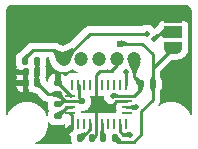
<source format=gtl>
G04 #@! TF.GenerationSoftware,KiCad,Pcbnew,8.0.5-8.0.5-0~ubuntu22.04.1*
G04 #@! TF.CreationDate,2024-09-19T17:41:20-07:00*
G04 #@! TF.ProjectId,uSlime_BNO085,75536c69-6d65-45f4-924e-4f3038352e6b,rev?*
G04 #@! TF.SameCoordinates,Original*
G04 #@! TF.FileFunction,Copper,L1,Top*
G04 #@! TF.FilePolarity,Positive*
%FSLAX46Y46*%
G04 Gerber Fmt 4.6, Leading zero omitted, Abs format (unit mm)*
G04 Created by KiCad (PCBNEW 8.0.5-8.0.5-0~ubuntu22.04.1) date 2024-09-19 17:41:20*
%MOMM*%
%LPD*%
G01*
G04 APERTURE LIST*
G04 Aperture macros list*
%AMRoundRect*
0 Rectangle with rounded corners*
0 $1 Rounding radius*
0 $2 $3 $4 $5 $6 $7 $8 $9 X,Y pos of 4 corners*
0 Add a 4 corners polygon primitive as box body*
4,1,4,$2,$3,$4,$5,$6,$7,$8,$9,$2,$3,0*
0 Add four circle primitives for the rounded corners*
1,1,$1+$1,$2,$3*
1,1,$1+$1,$4,$5*
1,1,$1+$1,$6,$7*
1,1,$1+$1,$8,$9*
0 Add four rect primitives between the rounded corners*
20,1,$1+$1,$2,$3,$4,$5,0*
20,1,$1+$1,$4,$5,$6,$7,0*
20,1,$1+$1,$6,$7,$8,$9,0*
20,1,$1+$1,$8,$9,$2,$3,0*%
%AMFreePoly0*
4,1,19,0.550000,-0.750000,0.000000,-0.750000,0.000000,-0.744911,-0.071157,-0.744911,-0.207708,-0.704816,-0.327430,-0.627875,-0.420627,-0.520320,-0.479746,-0.390866,-0.500000,-0.250000,-0.500000,0.250000,-0.479746,0.390866,-0.420627,0.520320,-0.327430,0.627875,-0.207708,0.704816,-0.071157,0.744911,0.000000,0.744911,0.000000,0.750000,0.550000,0.750000,0.550000,-0.750000,0.550000,-0.750000,
$1*%
%AMFreePoly1*
4,1,19,0.000000,0.744911,0.071157,0.744911,0.207708,0.704816,0.327430,0.627875,0.420627,0.520320,0.479746,0.390866,0.500000,0.250000,0.500000,-0.250000,0.479746,-0.390866,0.420627,-0.520320,0.327430,-0.627875,0.207708,-0.704816,0.071157,-0.744911,0.000000,-0.744911,0.000000,-0.750000,-0.550000,-0.750000,-0.550000,0.750000,0.000000,0.750000,0.000000,0.744911,0.000000,0.744911,
$1*%
G04 Aperture macros list end*
G04 #@! TA.AperFunction,SMDPad,CuDef*
%ADD10RoundRect,0.140000X0.170000X-0.140000X0.170000X0.140000X-0.170000X0.140000X-0.170000X-0.140000X0*%
G04 #@! TD*
G04 #@! TA.AperFunction,SMDPad,CuDef*
%ADD11RoundRect,0.140000X-0.140000X-0.170000X0.140000X-0.170000X0.140000X0.170000X-0.140000X0.170000X0*%
G04 #@! TD*
G04 #@! TA.AperFunction,SMDPad,CuDef*
%ADD12RoundRect,0.135000X-0.135000X-0.185000X0.135000X-0.185000X0.135000X0.185000X-0.135000X0.185000X0*%
G04 #@! TD*
G04 #@! TA.AperFunction,SMDPad,CuDef*
%ADD13RoundRect,0.140000X0.140000X0.170000X-0.140000X0.170000X-0.140000X-0.170000X0.140000X-0.170000X0*%
G04 #@! TD*
G04 #@! TA.AperFunction,SMDPad,CuDef*
%ADD14FreePoly0,90.000000*%
G04 #@! TD*
G04 #@! TA.AperFunction,SMDPad,CuDef*
%ADD15R,1.500000X1.000000*%
G04 #@! TD*
G04 #@! TA.AperFunction,SMDPad,CuDef*
%ADD16FreePoly1,90.000000*%
G04 #@! TD*
G04 #@! TA.AperFunction,SMDPad,CuDef*
%ADD17RoundRect,0.135000X0.135000X0.185000X-0.135000X0.185000X-0.135000X-0.185000X0.135000X-0.185000X0*%
G04 #@! TD*
G04 #@! TA.AperFunction,ComponentPad*
%ADD18C,1.200000*%
G04 #@! TD*
G04 #@! TA.AperFunction,SMDPad,CuDef*
%ADD19R,0.250000X0.914400*%
G04 #@! TD*
G04 #@! TA.AperFunction,SMDPad,CuDef*
%ADD20R,0.812800X0.250000*%
G04 #@! TD*
G04 #@! TA.AperFunction,SMDPad,CuDef*
%ADD21RoundRect,0.135000X-0.185000X0.135000X-0.185000X-0.135000X0.185000X-0.135000X0.185000X0.135000X0*%
G04 #@! TD*
G04 #@! TA.AperFunction,ViaPad*
%ADD22C,0.600000*%
G04 #@! TD*
G04 #@! TA.AperFunction,ViaPad*
%ADD23C,0.500000*%
G04 #@! TD*
G04 #@! TA.AperFunction,Conductor*
%ADD24C,0.254000*%
G04 #@! TD*
G04 APERTURE END LIST*
D10*
X105500000Y-97430000D03*
X105500000Y-96470000D03*
D11*
X102790000Y-95550000D03*
X103750000Y-95550000D03*
D12*
X109340000Y-101150000D03*
X110360000Y-101150000D03*
D13*
X108380000Y-101150000D03*
X107420000Y-101150000D03*
D14*
X115307500Y-93500000D03*
D15*
X115307500Y-92200000D03*
D16*
X115307500Y-90900000D03*
D17*
X103760000Y-94600000D03*
X102740000Y-94600000D03*
D18*
X112005000Y-94500000D03*
X110505000Y-94500000D03*
X109005000Y-94500000D03*
X107505000Y-94500000D03*
X106005000Y-94500000D03*
D11*
X102790000Y-96500000D03*
X103750000Y-96500000D03*
D19*
X106753280Y-96622660D03*
D20*
X106562280Y-97549990D03*
X106562280Y-98053060D03*
X106562280Y-98553060D03*
X106562280Y-99053050D03*
D19*
X106753280Y-99975460D03*
X107253280Y-99975460D03*
X107753280Y-99975460D03*
X108253280Y-99975460D03*
X108753280Y-99975460D03*
X109253280Y-99975460D03*
X109753280Y-99975460D03*
X110253280Y-99975460D03*
X110753280Y-99975460D03*
X111261280Y-99975460D03*
D20*
X111388280Y-99053060D03*
X111388280Y-98553060D03*
X111388280Y-98053060D03*
X111388280Y-97549990D03*
D19*
X111261280Y-96622660D03*
X110753280Y-96622660D03*
X110253280Y-96622660D03*
X109753280Y-96622660D03*
X109253280Y-96622660D03*
X108753280Y-96622660D03*
X108253280Y-96622660D03*
X107753280Y-96622660D03*
X107253280Y-96622660D03*
D17*
X113560000Y-96550000D03*
X112540000Y-96550000D03*
D21*
X105500000Y-98290000D03*
X105500000Y-99310000D03*
D22*
X113200000Y-90900000D03*
X106000000Y-101100000D03*
X109300000Y-98425196D03*
D23*
X110150000Y-97550000D03*
X111250000Y-95550000D03*
X113050000Y-92300000D03*
D22*
X110750000Y-93150000D03*
X107550000Y-98050000D03*
D23*
X111650050Y-100869892D03*
X113700000Y-92800000D03*
X112127797Y-98534409D03*
D24*
X108380000Y-101243140D02*
X108380000Y-101250000D01*
X110505000Y-94995000D02*
X110000000Y-95500000D01*
X106562280Y-99053050D02*
X106753280Y-99244050D01*
X110000000Y-95500000D02*
X109100000Y-95500000D01*
X105535000Y-96470000D02*
X105500000Y-96470000D01*
X110090806Y-98425196D02*
X110462942Y-98053060D01*
X105500000Y-96470000D02*
X105520000Y-96470000D01*
X105520000Y-96470000D02*
X106600360Y-97550360D01*
X108380000Y-101250000D02*
X108750890Y-100879110D01*
X109300000Y-98425196D02*
X108753280Y-97878476D01*
X109300000Y-98425196D02*
X108753280Y-98971916D01*
X110505000Y-94500000D02*
X110505000Y-94995000D01*
X108753280Y-98971916D02*
X108753280Y-99975460D01*
X106753280Y-99975460D02*
X106753280Y-100346720D01*
X108753280Y-95846720D02*
X108753280Y-96622660D01*
X106753280Y-100346720D02*
X106000000Y-101100000D01*
X108753280Y-97878476D02*
X108753280Y-96622660D01*
X106753280Y-99244050D02*
X106753280Y-99975460D01*
X109100000Y-95500000D02*
X108753280Y-95846720D01*
X110462942Y-98053060D02*
X111388280Y-98053060D01*
X109300000Y-98425196D02*
X110090806Y-98425196D01*
X108750890Y-100879110D02*
X108750890Y-99863030D01*
X115307500Y-90900000D02*
X113200000Y-90900000D01*
X102790000Y-95550000D02*
X102790000Y-96500000D01*
X111388280Y-97549990D02*
X111950010Y-97549990D01*
X112005000Y-96015000D02*
X112540000Y-96550000D01*
X112005000Y-94500000D02*
X112005000Y-96015000D01*
X111388270Y-97550000D02*
X111388280Y-97549990D01*
X110150000Y-97550000D02*
X111388270Y-97550000D01*
X112540000Y-96960000D02*
X112540000Y-96550000D01*
X111950010Y-97549990D02*
X112540000Y-96960000D01*
X113050000Y-92300000D02*
X108205000Y-92300000D01*
X111261280Y-96622660D02*
X111261280Y-95561280D01*
X105205000Y-93700000D02*
X106005000Y-94500000D01*
X108205000Y-92300000D02*
X106005000Y-94500000D01*
X103400000Y-93700000D02*
X105205000Y-93700000D01*
X102740000Y-94360000D02*
X103400000Y-93700000D01*
X111261280Y-95561280D02*
X111250000Y-95550000D01*
X102740000Y-94600000D02*
X102740000Y-94360000D01*
X113560000Y-96550000D02*
X113560000Y-95247500D01*
X104680000Y-97430000D02*
X105500000Y-97430000D01*
X112600000Y-100800000D02*
X112600000Y-98866002D01*
X103760000Y-95540000D02*
X103750000Y-95550000D01*
X105839260Y-98050740D02*
X106687140Y-98050740D01*
X107301280Y-97801280D02*
X107301280Y-96670660D01*
X113560000Y-94060000D02*
X113560000Y-96550000D01*
X107550000Y-98050000D02*
X106565340Y-98050000D01*
X105500000Y-97430000D02*
X106120740Y-98050740D01*
X113560000Y-95247500D02*
X115307500Y-93500000D01*
X110460000Y-101123140D02*
X110460000Y-101350000D01*
X112600000Y-98866002D02*
X113560000Y-97906002D01*
X113560000Y-96800000D02*
X113460000Y-96700000D01*
X103750000Y-96500000D02*
X104680000Y-97430000D01*
X113560000Y-97906002D02*
X113560000Y-96800000D01*
X106565340Y-98050000D02*
X106562280Y-98053060D01*
X107301280Y-96670660D02*
X107253280Y-96622660D01*
X106120740Y-98050740D02*
X106687140Y-98050740D01*
X110560000Y-101450000D02*
X111950000Y-101450000D01*
X103760000Y-94600000D02*
X103760000Y-95540000D01*
X103750000Y-95550000D02*
X103750000Y-96500000D01*
X111950000Y-101450000D02*
X112600000Y-100800000D01*
X110750000Y-93150000D02*
X112650000Y-93150000D01*
X110460000Y-101350000D02*
X110560000Y-101450000D01*
X105500000Y-98390000D02*
X105839260Y-98050740D01*
X107550000Y-98050000D02*
X107301280Y-97801280D01*
X112650000Y-93150000D02*
X113560000Y-94060000D01*
X111069892Y-100869892D02*
X110753280Y-100553280D01*
X111650050Y-100869892D02*
X111069892Y-100869892D01*
X110753280Y-100553280D02*
X110753280Y-99975460D01*
X114300000Y-92200000D02*
X113700000Y-92800000D01*
X112127797Y-98534409D02*
X111329191Y-98534409D01*
X115307500Y-92200000D02*
X114300000Y-92200000D01*
X108250510Y-99863030D02*
X108250510Y-100398312D01*
X107540000Y-101108822D02*
X107540000Y-101123140D01*
X108250510Y-100398312D02*
X107540000Y-101108822D01*
X106687140Y-98549850D02*
X106260150Y-98549850D01*
X106260150Y-98549850D02*
X105500000Y-99310000D01*
X109250000Y-101160000D02*
X109340000Y-101250000D01*
X109340000Y-101250000D02*
X109440000Y-101150000D01*
X109250000Y-99863030D02*
X109250000Y-101160000D01*
G04 #@! TA.AperFunction,Conductor*
G36*
X114564809Y-91807417D02*
G01*
X115290810Y-92190122D01*
X115296529Y-92197010D01*
X115295703Y-92205927D01*
X115291845Y-92210205D01*
X114564169Y-92695551D01*
X114555385Y-92697290D01*
X114550943Y-92695385D01*
X114219153Y-92461854D01*
X114217614Y-92460559D01*
X114047342Y-92290287D01*
X114043915Y-92282014D01*
X114047342Y-92273741D01*
X114047649Y-92273445D01*
X114551425Y-91809162D01*
X114559830Y-91806077D01*
X114564809Y-91807417D01*
G37*
G04 #@! TD.AperFunction*
G04 #@! TA.AperFunction,Conductor*
G36*
X113970166Y-92363059D02*
G01*
X114136940Y-92529833D01*
X114140367Y-92538106D01*
X114138740Y-92544058D01*
X113936117Y-92886959D01*
X113928958Y-92892338D01*
X113921607Y-92891833D01*
X113703824Y-92802564D01*
X113697468Y-92796255D01*
X113697435Y-92796175D01*
X113608166Y-92578392D01*
X113608199Y-92569438D01*
X113613038Y-92563883D01*
X113955941Y-92361258D01*
X113964807Y-92360001D01*
X113970166Y-92363059D01*
G37*
G04 #@! TD.AperFunction*
G04 #@! TA.AperFunction,Conductor*
G36*
X103767898Y-94606227D02*
G01*
X104013887Y-94831321D01*
X104017678Y-94839435D01*
X104016942Y-94844067D01*
X103889850Y-95182414D01*
X103883733Y-95188954D01*
X103878897Y-95190000D01*
X103641103Y-95190000D01*
X103632830Y-95186573D01*
X103630150Y-95182414D01*
X103503057Y-94844065D01*
X103503356Y-94835117D01*
X103506110Y-94831323D01*
X103752102Y-94606226D01*
X103760518Y-94603170D01*
X103767898Y-94606227D01*
G37*
G04 #@! TD.AperFunction*
G04 #@! TA.AperFunction,Conductor*
G36*
X113687170Y-95963427D02*
G01*
X113689850Y-95967586D01*
X113816942Y-96305932D01*
X113816643Y-96314882D01*
X113813887Y-96318678D01*
X113567898Y-96543772D01*
X113559482Y-96546829D01*
X113552102Y-96543772D01*
X113306112Y-96318678D01*
X113302321Y-96310564D01*
X113303056Y-96305936D01*
X113430150Y-95967585D01*
X113436267Y-95961046D01*
X113441103Y-95960000D01*
X113678897Y-95960000D01*
X113687170Y-95963427D01*
G37*
G04 #@! TD.AperFunction*
G04 #@! TA.AperFunction,Conductor*
G36*
X104029251Y-96388031D02*
G01*
X104035016Y-96393231D01*
X104284618Y-96851515D01*
X104285566Y-96860419D01*
X104282616Y-96865384D01*
X104115230Y-97032770D01*
X104106957Y-97036197D01*
X104101610Y-97034903D01*
X103771780Y-96865384D01*
X103672469Y-96814342D01*
X103666677Y-96807512D01*
X103666534Y-96800839D01*
X103747772Y-96504832D01*
X103753265Y-96497764D01*
X103754602Y-96497112D01*
X104020298Y-96388004D01*
X104029251Y-96388031D01*
G37*
G04 #@! TD.AperFunction*
G04 #@! TA.AperFunction,Conductor*
G36*
X113800000Y-90773000D02*
G01*
X113800000Y-91027000D01*
X113314805Y-91177164D01*
X113199000Y-90900000D01*
X113314805Y-90622836D01*
X113800000Y-90773000D01*
G37*
G04 #@! TD.AperFunction*
G04 #@! TA.AperFunction,Conductor*
G36*
X109414805Y-98148032D02*
G01*
X109300707Y-98425903D01*
X109022836Y-98540001D01*
X108785934Y-98090735D01*
X108965539Y-97911130D01*
X109414805Y-98148032D01*
G37*
G04 #@! TD.AperFunction*
G04 #@! TA.AperFunction,Conductor*
G36*
X103877266Y-95913427D02*
G01*
X103879899Y-95917463D01*
X104016298Y-96268585D01*
X104016099Y-96277538D01*
X104012885Y-96281808D01*
X103757493Y-96494752D01*
X103748944Y-96497418D01*
X103742507Y-96494752D01*
X103487114Y-96281808D01*
X103482955Y-96273878D01*
X103483700Y-96268589D01*
X103620101Y-95917463D01*
X103626291Y-95910993D01*
X103631007Y-95910000D01*
X103868993Y-95910000D01*
X103877266Y-95913427D01*
G37*
G04 #@! TD.AperFunction*
G04 #@! TA.AperFunction,Conductor*
G36*
X105809725Y-97347649D02*
G01*
X105814342Y-97352469D01*
X105954086Y-97624365D01*
X105955380Y-97629713D01*
X105955380Y-97694737D01*
X105967013Y-97753221D01*
X106004843Y-97809838D01*
X106006590Y-97818621D01*
X106003388Y-97824611D01*
X105865384Y-97962616D01*
X105857111Y-97966043D01*
X105851515Y-97964618D01*
X105393231Y-97715016D01*
X105387604Y-97708049D01*
X105388003Y-97700298D01*
X105497109Y-97434609D01*
X105503422Y-97428258D01*
X105504820Y-97427775D01*
X105800839Y-97346534D01*
X105809725Y-97347649D01*
G37*
G04 #@! TD.AperFunction*
G04 #@! TA.AperFunction,Conductor*
G36*
X111553444Y-100642700D02*
G01*
X111558285Y-100648256D01*
X111649159Y-100865375D01*
X111649192Y-100874329D01*
X111649159Y-100874409D01*
X111558285Y-101091527D01*
X111551929Y-101097836D01*
X111544578Y-101098341D01*
X111158836Y-100999151D01*
X111151677Y-100993772D01*
X111150050Y-100987820D01*
X111150050Y-100751963D01*
X111153477Y-100743690D01*
X111158833Y-100740633D01*
X111544578Y-100641442D01*
X111553444Y-100642700D01*
G37*
G04 #@! TD.AperFunction*
G04 #@! TA.AperFunction,Conductor*
G36*
X112031191Y-98307216D02*
G01*
X112036032Y-98312772D01*
X112126906Y-98529892D01*
X112126939Y-98538846D01*
X112126906Y-98538926D01*
X112036032Y-98756044D01*
X112029676Y-98762353D01*
X112022325Y-98762858D01*
X111636583Y-98663668D01*
X111629424Y-98658289D01*
X111627797Y-98652337D01*
X111627797Y-98416480D01*
X111631224Y-98408207D01*
X111636580Y-98405150D01*
X111738553Y-98378929D01*
X111741467Y-98378560D01*
X111814427Y-98378560D01*
X111814428Y-98378560D01*
X111872911Y-98366927D01*
X111926120Y-98331373D01*
X111929680Y-98329781D01*
X112022328Y-98305958D01*
X112031191Y-98307216D01*
G37*
G04 #@! TD.AperFunction*
G04 #@! TA.AperFunction,Conductor*
G36*
X106049612Y-97927966D02*
G01*
X106054284Y-97935605D01*
X106054427Y-97937426D01*
X106054427Y-98173305D01*
X106051488Y-98181060D01*
X105821441Y-98440930D01*
X105813391Y-98444853D01*
X105807463Y-98443648D01*
X105504092Y-98292536D01*
X105498215Y-98285780D01*
X105497850Y-98284426D01*
X105476533Y-98181060D01*
X105445796Y-98032011D01*
X105447481Y-98023216D01*
X105454892Y-98018189D01*
X105455404Y-98018096D01*
X106040907Y-97925869D01*
X106049612Y-97927966D01*
G37*
G04 #@! TD.AperFunction*
G04 #@! TA.AperFunction,Conductor*
G36*
X112548300Y-94725022D02*
G01*
X112554622Y-94731363D01*
X112554608Y-94740318D01*
X112554514Y-94740539D01*
X112135076Y-95693015D01*
X112128605Y-95699206D01*
X112124368Y-95700000D01*
X111885632Y-95700000D01*
X111877359Y-95696573D01*
X111874924Y-95693015D01*
X111455485Y-94740539D01*
X111455287Y-94731587D01*
X111461478Y-94725116D01*
X111461636Y-94725048D01*
X112000507Y-94500868D01*
X112009458Y-94500855D01*
X112548300Y-94725022D01*
G37*
G04 #@! TD.AperFunction*
G04 #@! TA.AperFunction,Conductor*
G36*
X112195974Y-96022662D02*
G01*
X112594025Y-96226009D01*
X112599832Y-96232823D01*
X112600194Y-96238618D01*
X112541893Y-96544482D01*
X112536978Y-96551967D01*
X112534843Y-96553114D01*
X112279561Y-96657911D01*
X112270606Y-96657883D01*
X112264925Y-96652833D01*
X112013151Y-96206132D01*
X112012076Y-96197244D01*
X112015070Y-96192118D01*
X112182380Y-96024808D01*
X112190652Y-96021382D01*
X112195974Y-96022662D01*
G37*
G04 #@! TD.AperFunction*
G04 #@! TA.AperFunction,Conductor*
G36*
X107804856Y-100669164D02*
G01*
X107808406Y-100671595D01*
X107938808Y-100801997D01*
X107942235Y-100810270D01*
X107941139Y-100815214D01*
X107906028Y-100890513D01*
X107899500Y-100940099D01*
X107899500Y-100970404D01*
X107897614Y-100976774D01*
X107705532Y-101272717D01*
X107698153Y-101277791D01*
X107690785Y-101276956D01*
X107424618Y-101153183D01*
X107418562Y-101146588D01*
X107418100Y-101144967D01*
X107356755Y-100849704D01*
X107358427Y-100840908D01*
X107363978Y-100836417D01*
X107795905Y-100668959D01*
X107804856Y-100669164D01*
G37*
G04 #@! TD.AperFunction*
G04 #@! TA.AperFunction,Conductor*
G36*
X110641215Y-97420741D02*
G01*
X110648373Y-97426119D01*
X110650000Y-97432071D01*
X110650000Y-97667928D01*
X110646573Y-97676201D01*
X110641214Y-97679259D01*
X110462590Y-97725191D01*
X110459676Y-97725560D01*
X110419823Y-97725560D01*
X110336534Y-97747877D01*
X110307537Y-97764618D01*
X110304601Y-97765816D01*
X110255471Y-97778449D01*
X110246605Y-97777191D01*
X110241764Y-97771635D01*
X110227568Y-97737717D01*
X110150889Y-97554515D01*
X110150857Y-97545563D01*
X110241764Y-97328363D01*
X110248120Y-97322055D01*
X110255471Y-97321550D01*
X110641215Y-97420741D01*
G37*
G04 #@! TD.AperFunction*
G04 #@! TA.AperFunction,Conductor*
G36*
X105857883Y-98785072D02*
G01*
X105955227Y-98882416D01*
X105958654Y-98890689D01*
X105958429Y-98892971D01*
X105955380Y-98908301D01*
X105955380Y-99104014D01*
X105954099Y-99109337D01*
X105823991Y-99364025D01*
X105817176Y-99369833D01*
X105811381Y-99370195D01*
X105505517Y-99311893D01*
X105498032Y-99306978D01*
X105496888Y-99304848D01*
X105392088Y-99049561D01*
X105392116Y-99040606D01*
X105397164Y-99034926D01*
X105843868Y-98783151D01*
X105852755Y-98782076D01*
X105857883Y-98785072D01*
G37*
G04 #@! TD.AperFunction*
G04 #@! TA.AperFunction,Conductor*
G36*
X110635848Y-101011608D02*
G01*
X110829426Y-101320148D01*
X110831215Y-101326366D01*
X110831215Y-101562350D01*
X110827788Y-101570623D01*
X110819515Y-101574050D01*
X110816928Y-101573761D01*
X110368296Y-101472064D01*
X110360986Y-101466892D01*
X110359183Y-101460660D01*
X110359004Y-101156952D01*
X110362426Y-101148677D01*
X110365103Y-101146673D01*
X110620338Y-101007552D01*
X110629242Y-101006602D01*
X110635848Y-101011608D01*
G37*
G04 #@! TD.AperFunction*
G04 #@! TA.AperFunction,Conductor*
G36*
X109900000Y-98298196D02*
G01*
X109900000Y-98552196D01*
X109414805Y-98702360D01*
X109299000Y-98425196D01*
X109414805Y-98148032D01*
X109900000Y-98298196D01*
G37*
G04 #@! TD.AperFunction*
G04 #@! TA.AperFunction,Conductor*
G36*
X102928900Y-94007063D02*
G01*
X103096364Y-94174527D01*
X103099791Y-94182800D01*
X103099594Y-94184940D01*
X103012260Y-94654451D01*
X103007378Y-94661958D01*
X102998617Y-94663814D01*
X102997990Y-94663679D01*
X102745009Y-94602098D01*
X102737781Y-94596812D01*
X102737003Y-94595294D01*
X102607006Y-94287993D01*
X102606940Y-94279041D01*
X102610025Y-94274680D01*
X102912874Y-94006575D01*
X102921338Y-94003658D01*
X102928900Y-94007063D01*
G37*
G04 #@! TD.AperFunction*
G04 #@! TA.AperFunction,Conductor*
G36*
X103887059Y-94963427D02*
G01*
X103889790Y-94967726D01*
X104016558Y-95318713D01*
X104016146Y-95327658D01*
X104013047Y-95331673D01*
X103757493Y-95544752D01*
X103748944Y-95547418D01*
X103742507Y-95544752D01*
X103487276Y-95331942D01*
X103483117Y-95324012D01*
X103483966Y-95318464D01*
X103630003Y-94967208D01*
X103636343Y-94960885D01*
X103640806Y-94960000D01*
X103878786Y-94960000D01*
X103887059Y-94963427D01*
G37*
G04 #@! TD.AperFunction*
G04 #@! TA.AperFunction,Conductor*
G36*
X105151829Y-93578245D02*
G01*
X106222799Y-93941664D01*
X106229531Y-93947566D01*
X106230117Y-93956502D01*
X106229854Y-93957203D01*
X106007853Y-94495506D01*
X106001531Y-94501847D01*
X106001508Y-94501857D01*
X105462118Y-94724877D01*
X105453163Y-94724872D01*
X105446835Y-94718536D01*
X105446609Y-94717941D01*
X105181709Y-93957203D01*
X105137021Y-93828869D01*
X105136370Y-93825021D01*
X105136370Y-93589325D01*
X105139797Y-93581052D01*
X105148070Y-93577625D01*
X105151829Y-93578245D01*
G37*
G04 #@! TD.AperFunction*
G04 #@! TA.AperFunction,Conductor*
G36*
X113567898Y-96556227D02*
G01*
X113813887Y-96781321D01*
X113817678Y-96789435D01*
X113816942Y-96794067D01*
X113689850Y-97132414D01*
X113683733Y-97138954D01*
X113678897Y-97140000D01*
X113441103Y-97140000D01*
X113432830Y-97136573D01*
X113430150Y-97132414D01*
X113303057Y-96794065D01*
X113303356Y-96785117D01*
X113306110Y-96781323D01*
X113552102Y-96556226D01*
X113560518Y-96553170D01*
X113567898Y-96556227D01*
G37*
G04 #@! TD.AperFunction*
G04 #@! TA.AperFunction,Conductor*
G36*
X111341759Y-93020449D02*
G01*
X111348649Y-93026169D01*
X111350000Y-93031626D01*
X111350000Y-93268373D01*
X111346573Y-93276646D01*
X111341759Y-93279550D01*
X110874961Y-93424020D01*
X110866045Y-93423192D01*
X110860706Y-93417354D01*
X110750883Y-93154509D01*
X110750857Y-93145556D01*
X110750862Y-93145542D01*
X110860707Y-92882643D01*
X110867058Y-92876333D01*
X110874960Y-92875979D01*
X111341759Y-93020449D01*
G37*
G04 #@! TD.AperFunction*
G04 #@! TA.AperFunction,Conductor*
G36*
X112547390Y-96559031D02*
G01*
X112548334Y-96560211D01*
X112742923Y-96838740D01*
X112744852Y-96847485D01*
X112742738Y-96852400D01*
X112510600Y-97166164D01*
X112502924Y-97170776D01*
X112494235Y-97168611D01*
X112492921Y-97167478D01*
X112325414Y-96999971D01*
X112322219Y-96994019D01*
X112281590Y-96793159D01*
X112283309Y-96784372D01*
X112285173Y-96782198D01*
X112530864Y-96558264D01*
X112539284Y-96555225D01*
X112547390Y-96559031D01*
G37*
G04 #@! TD.AperFunction*
G04 #@! TA.AperFunction,Conductor*
G36*
X109378785Y-100563427D02*
G01*
X109380436Y-100565502D01*
X109565785Y-100862274D01*
X109567261Y-100871107D01*
X109564919Y-100875877D01*
X109346820Y-101142656D01*
X109338931Y-101146892D01*
X109331125Y-101144886D01*
X109075892Y-100969058D01*
X109071023Y-100961543D01*
X109070928Y-100957906D01*
X109072835Y-100943334D01*
X109073124Y-100941876D01*
X109078390Y-100922226D01*
X109078390Y-100901648D01*
X109078489Y-100900130D01*
X109121668Y-100570182D01*
X109126139Y-100562423D01*
X109133269Y-100560000D01*
X109370512Y-100560000D01*
X109378785Y-100563427D01*
G37*
G04 #@! TD.AperFunction*
G04 #@! TA.AperFunction,Conductor*
G36*
X105277538Y-97163900D02*
G01*
X105281808Y-97167114D01*
X105494752Y-97422507D01*
X105497418Y-97431056D01*
X105494752Y-97437493D01*
X105281808Y-97692885D01*
X105273878Y-97697044D01*
X105268585Y-97696298D01*
X105259799Y-97692885D01*
X104917463Y-97559899D01*
X104910993Y-97553709D01*
X104910000Y-97548993D01*
X104910000Y-97311006D01*
X104913427Y-97302733D01*
X104917459Y-97300102D01*
X105268587Y-97163701D01*
X105277538Y-97163900D01*
G37*
G04 #@! TD.AperFunction*
G04 #@! TA.AperFunction,Conductor*
G36*
X109300707Y-98424489D02*
G01*
X109414805Y-98702360D01*
X108965539Y-98939262D01*
X108785934Y-98759657D01*
X109022836Y-98310391D01*
X109300707Y-98424489D01*
G37*
G04 #@! TD.AperFunction*
G04 #@! TA.AperFunction,Conductor*
G36*
X106514066Y-100765539D02*
G01*
X106277164Y-101214805D01*
X105999293Y-101100707D01*
X105885195Y-100822836D01*
X106334461Y-100585934D01*
X106514066Y-100765539D01*
G37*
G04 #@! TD.AperFunction*
G04 #@! TA.AperFunction,Conductor*
G36*
X103757491Y-95555246D02*
G01*
X104012885Y-95768191D01*
X104017044Y-95776121D01*
X104016298Y-95781414D01*
X103879899Y-96132537D01*
X103873709Y-96139007D01*
X103868993Y-96140000D01*
X103631007Y-96140000D01*
X103622734Y-96136573D01*
X103620101Y-96132537D01*
X103602607Y-96087504D01*
X103483701Y-95781412D01*
X103483900Y-95772461D01*
X103487111Y-95768194D01*
X103742508Y-95555246D01*
X103751056Y-95552581D01*
X103757491Y-95555246D01*
G37*
G04 #@! TD.AperFunction*
G04 #@! TA.AperFunction,Conductor*
G36*
X113687170Y-95963427D02*
G01*
X113689850Y-95967586D01*
X113816942Y-96305932D01*
X113816643Y-96314882D01*
X113813887Y-96318678D01*
X113567898Y-96543772D01*
X113559482Y-96546829D01*
X113552102Y-96543772D01*
X113306112Y-96318678D01*
X113302321Y-96310564D01*
X113303056Y-96305936D01*
X113430150Y-95967585D01*
X113436267Y-95961046D01*
X113441103Y-95960000D01*
X113678897Y-95960000D01*
X113687170Y-95963427D01*
G37*
G04 #@! TD.AperFunction*
G04 #@! TA.AperFunction,Conductor*
G36*
X106765563Y-93564631D02*
G01*
X106769121Y-93567066D01*
X106937933Y-93735878D01*
X106941360Y-93744151D01*
X106940566Y-93748388D01*
X106793055Y-94128046D01*
X106792056Y-94130033D01*
X106779212Y-94150476D01*
X106779209Y-94150481D01*
X106732804Y-94283097D01*
X106732667Y-94283470D01*
X106563653Y-94718477D01*
X106557462Y-94724948D01*
X106548510Y-94725146D01*
X106548286Y-94725056D01*
X106008792Y-94502562D01*
X106002451Y-94496240D01*
X106002437Y-94496207D01*
X105914548Y-94283097D01*
X105779943Y-93956711D01*
X105779957Y-93947758D01*
X105786298Y-93941436D01*
X105786458Y-93941371D01*
X106756613Y-93564433D01*
X106765563Y-93564631D01*
G37*
G04 #@! TD.AperFunction*
G04 #@! TA.AperFunction,Conductor*
G36*
X104784148Y-99798828D02*
G01*
X104791677Y-99808534D01*
X104808863Y-99837596D01*
X104922401Y-99951134D01*
X104922406Y-99951138D01*
X104974803Y-99982125D01*
X105060605Y-100032868D01*
X105060606Y-100032868D01*
X105060607Y-100032869D01*
X105214796Y-100077665D01*
X105250819Y-100080500D01*
X105749180Y-100080499D01*
X105749185Y-100080498D01*
X105749194Y-100080498D01*
X105769469Y-100078902D01*
X105785204Y-100077665D01*
X105939393Y-100032869D01*
X106025197Y-99982125D01*
X106054337Y-99964892D01*
X106091466Y-99959607D01*
X106121456Y-99982125D01*
X106128280Y-100007068D01*
X106128280Y-100423682D01*
X106544132Y-100007830D01*
X106578780Y-99993478D01*
X106613428Y-100007830D01*
X106627780Y-100042478D01*
X106627780Y-100257440D01*
X106613428Y-100292088D01*
X106204552Y-100700963D01*
X106204552Y-100700964D01*
X106271091Y-100789848D01*
X106386188Y-100876011D01*
X106520906Y-100926258D01*
X106580446Y-100932660D01*
X106590500Y-100932660D01*
X106625148Y-100947012D01*
X106639500Y-100981660D01*
X106639500Y-101384692D01*
X106642356Y-101420991D01*
X106642356Y-101420993D01*
X106687506Y-101576397D01*
X106688731Y-101579227D01*
X106687601Y-101579715D01*
X106692295Y-101612685D01*
X106669777Y-101642676D01*
X106644834Y-101649500D01*
X103627606Y-101649500D01*
X103592958Y-101635148D01*
X103578606Y-101600500D01*
X103592958Y-101565852D01*
X103608854Y-101555230D01*
X103624028Y-101548944D01*
X103698049Y-101518284D01*
X103902450Y-101400273D01*
X103903875Y-101399180D01*
X104076966Y-101266362D01*
X104089699Y-101256592D01*
X104256592Y-101089699D01*
X104400273Y-100902450D01*
X104518284Y-100698049D01*
X104608606Y-100479993D01*
X104669693Y-100252014D01*
X104700500Y-100018011D01*
X104700500Y-99833476D01*
X104714852Y-99798828D01*
X104749500Y-99784476D01*
X104784148Y-99798828D01*
G37*
G04 #@! TD.AperFunction*
G04 #@! TA.AperFunction,Conductor*
G36*
X116280632Y-89857573D02*
G01*
X116281149Y-89857607D01*
X116284100Y-89857607D01*
X116284104Y-89857608D01*
X116347245Y-89857607D01*
X116352732Y-89857915D01*
X116392477Y-89862393D01*
X116455661Y-89869512D01*
X116466357Y-89871953D01*
X116561507Y-89905247D01*
X116571392Y-89910007D01*
X116650120Y-89959475D01*
X116656754Y-89963643D01*
X116665333Y-89970485D01*
X116736614Y-90041766D01*
X116743456Y-90050345D01*
X116797092Y-90135707D01*
X116801852Y-90145593D01*
X116835145Y-90240741D01*
X116837587Y-90251438D01*
X116849184Y-90354368D01*
X116849492Y-90359854D01*
X116849492Y-90425991D01*
X116849493Y-90426008D01*
X116849497Y-99172389D01*
X116835145Y-99207037D01*
X116800497Y-99221389D01*
X116765849Y-99207037D01*
X116755227Y-99191140D01*
X116750016Y-99178559D01*
X116718284Y-99101951D01*
X116600273Y-98897550D01*
X116600270Y-98897546D01*
X116600264Y-98897537D01*
X116456596Y-98710306D01*
X116456586Y-98710294D01*
X116289705Y-98543413D01*
X116289693Y-98543403D01*
X116102462Y-98399735D01*
X116102447Y-98399725D01*
X115898050Y-98281716D01*
X115679996Y-98191395D01*
X115679986Y-98191391D01*
X115452025Y-98130309D01*
X115452018Y-98130308D01*
X115452014Y-98130307D01*
X115218011Y-98099500D01*
X114981989Y-98099500D01*
X114747986Y-98130307D01*
X114747982Y-98130307D01*
X114747974Y-98130309D01*
X114520013Y-98191391D01*
X114520003Y-98191395D01*
X114301949Y-98281716D01*
X114097552Y-98399725D01*
X114097538Y-98399734D01*
X114072380Y-98419039D01*
X114036155Y-98428745D01*
X114003677Y-98409992D01*
X113993971Y-98373767D01*
X114007902Y-98345518D01*
X114047411Y-98306010D01*
X114060572Y-98286313D01*
X114116083Y-98203235D01*
X114136731Y-98153386D01*
X114163386Y-98089037D01*
X114187500Y-97967805D01*
X114187500Y-97844199D01*
X114187500Y-97254019D01*
X114190629Y-97236789D01*
X114290159Y-96971820D01*
X114312086Y-96888870D01*
X114312387Y-96887787D01*
X114327665Y-96835204D01*
X114330500Y-96799181D01*
X114330499Y-96300820D01*
X114327665Y-96264796D01*
X114297421Y-96160696D01*
X114296622Y-96157562D01*
X114290161Y-96128188D01*
X114290160Y-96128187D01*
X114290159Y-96128179D01*
X114190629Y-95863208D01*
X114187500Y-95845978D01*
X114187500Y-95527715D01*
X114201852Y-95493067D01*
X115175067Y-94519852D01*
X115209715Y-94505500D01*
X115542028Y-94505500D01*
X115542035Y-94505497D01*
X115629437Y-94505497D01*
X115629441Y-94505497D01*
X115771756Y-94485035D01*
X115771757Y-94485035D01*
X115909809Y-94444498D01*
X116040594Y-94384770D01*
X116040598Y-94384767D01*
X116040601Y-94384766D01*
X116040602Y-94384765D01*
X116129709Y-94327500D01*
X116161630Y-94306986D01*
X116270291Y-94212832D01*
X116270294Y-94212829D01*
X116364515Y-94104091D01*
X116442247Y-93983137D01*
X116502017Y-93852259D01*
X116542524Y-93714304D01*
X116563000Y-93571889D01*
X116563000Y-92950000D01*
X116563000Y-92949992D01*
X116557855Y-92878062D01*
X116557855Y-92878060D01*
X116548095Y-92844822D01*
X116549200Y-92813892D01*
X116551591Y-92807483D01*
X116558000Y-92747873D01*
X116557999Y-91652128D01*
X116557999Y-91652120D01*
X116551592Y-91592521D01*
X116540838Y-91563687D01*
X116501296Y-91457669D01*
X116415046Y-91342454D01*
X116345814Y-91290627D01*
X116299833Y-91256205D01*
X116299831Y-91256204D01*
X116254881Y-91239439D01*
X116164979Y-91205907D01*
X116105379Y-91199500D01*
X114509620Y-91199500D01*
X114450021Y-91205907D01*
X114315166Y-91256205D01*
X114199954Y-91342454D01*
X114113702Y-91457670D01*
X114079453Y-91549496D01*
X114066750Y-91568404D01*
X113940295Y-91684946D01*
X113934315Y-91689653D01*
X113923901Y-91696613D01*
X113923897Y-91696616D01*
X113899989Y-91712590D01*
X113779491Y-91833088D01*
X113778050Y-91834472D01*
X113736401Y-91872856D01*
X113701197Y-91885783D01*
X113667162Y-91870031D01*
X113661705Y-91862894D01*
X113640478Y-91829111D01*
X113520891Y-91709524D01*
X113520887Y-91709521D01*
X113481776Y-91684946D01*
X113377690Y-91619544D01*
X113237928Y-91570639D01*
X113218062Y-91563688D01*
X113218061Y-91563687D01*
X113218059Y-91563687D01*
X113218055Y-91563686D01*
X113218053Y-91563686D01*
X113050000Y-91544751D01*
X112881946Y-91563686D01*
X112881937Y-91563688D01*
X112722305Y-91619545D01*
X112649984Y-91664989D01*
X112623914Y-91672500D01*
X108266803Y-91672500D01*
X108143197Y-91672500D01*
X108067610Y-91687535D01*
X108021965Y-91696614D01*
X108021964Y-91696614D01*
X107955069Y-91724322D01*
X107955070Y-91724323D01*
X107907767Y-91743916D01*
X107823845Y-91799992D01*
X107804992Y-91812588D01*
X106500356Y-93117223D01*
X106483454Y-93128249D01*
X105994408Y-93318260D01*
X105960916Y-93318987D01*
X105567405Y-93185453D01*
X105555929Y-93179795D01*
X105511335Y-93149999D01*
X105502233Y-93143917D01*
X105502231Y-93143916D01*
X105502228Y-93143914D01*
X105463057Y-93127690D01*
X105388038Y-93096615D01*
X105388032Y-93096613D01*
X105339142Y-93086888D01*
X105266803Y-93072500D01*
X103461803Y-93072500D01*
X103338197Y-93072500D01*
X103277859Y-93084501D01*
X103216967Y-93096613D01*
X103216961Y-93096615D01*
X103141943Y-93127690D01*
X103141942Y-93127690D01*
X103102770Y-93143915D01*
X103017730Y-93200737D01*
X102999991Y-93212588D01*
X102600910Y-93611669D01*
X102593192Y-93617957D01*
X102577806Y-93628078D01*
X102577798Y-93628084D01*
X102361053Y-93819963D01*
X102352989Y-93825106D01*
X102353259Y-93825562D01*
X102212406Y-93908861D01*
X102212401Y-93908865D01*
X102098865Y-94022401D01*
X102098861Y-94022406D01*
X102017131Y-94160605D01*
X101972334Y-94314795D01*
X101972334Y-94314797D01*
X101969500Y-94350816D01*
X101969500Y-94849179D01*
X101969501Y-94849194D01*
X101972334Y-94885203D01*
X102017131Y-95039394D01*
X102031555Y-95063783D01*
X102050166Y-95095252D01*
X102055451Y-95132380D01*
X102055044Y-95133865D01*
X102012855Y-95279083D01*
X102012854Y-95279086D01*
X102011208Y-95299999D01*
X102011209Y-95300000D01*
X102213988Y-95300000D01*
X102238930Y-95306823D01*
X102350605Y-95372868D01*
X102350606Y-95372868D01*
X102350607Y-95372869D01*
X102504796Y-95417665D01*
X102540819Y-95420500D01*
X102920500Y-95420499D01*
X102955148Y-95434851D01*
X102969500Y-95469499D01*
X102969500Y-95784692D01*
X102972356Y-95820991D01*
X102972356Y-95820993D01*
X103006084Y-95937083D01*
X103006765Y-95939690D01*
X103012504Y-95964454D01*
X103029131Y-96007258D01*
X103029131Y-96042742D01*
X103012502Y-96085551D01*
X102999167Y-96136657D01*
X102998809Y-96137955D01*
X102972357Y-96229004D01*
X102972356Y-96229008D01*
X102969500Y-96265307D01*
X102969500Y-96734692D01*
X102972356Y-96770991D01*
X102972356Y-96770993D01*
X103017506Y-96926396D01*
X103023670Y-96936818D01*
X103033176Y-96952892D01*
X103040000Y-96977834D01*
X103040000Y-97304505D01*
X103186188Y-97262034D01*
X103186195Y-97262031D01*
X103244564Y-97227510D01*
X103281693Y-97222225D01*
X103294446Y-97227507D01*
X103353605Y-97262494D01*
X103509007Y-97307643D01*
X103519774Y-97308490D01*
X103538332Y-97313758D01*
X103540706Y-97314978D01*
X103540707Y-97314979D01*
X103815451Y-97456185D01*
X103827699Y-97465118D01*
X104192589Y-97830008D01*
X104279992Y-97917411D01*
X104382767Y-97986083D01*
X104404599Y-97995126D01*
X104496966Y-98033386D01*
X104618197Y-98057500D01*
X104630500Y-98057500D01*
X104665148Y-98071852D01*
X104679500Y-98106500D01*
X104679500Y-98489179D01*
X104679501Y-98489194D01*
X104682334Y-98525203D01*
X104727130Y-98679391D01*
X104783706Y-98775057D01*
X104788989Y-98812186D01*
X104783706Y-98824943D01*
X104727130Y-98920608D01*
X104682334Y-99074795D01*
X104682334Y-99074797D01*
X104679500Y-99110816D01*
X104679500Y-99244821D01*
X104665148Y-99279469D01*
X104630500Y-99293821D01*
X104595852Y-99279469D01*
X104585230Y-99263573D01*
X104547462Y-99172394D01*
X104518284Y-99101951D01*
X104502605Y-99074795D01*
X104441609Y-98969146D01*
X104400273Y-98897550D01*
X104400270Y-98897546D01*
X104400264Y-98897537D01*
X104256596Y-98710306D01*
X104256586Y-98710294D01*
X104089705Y-98543413D01*
X104089693Y-98543403D01*
X103902462Y-98399735D01*
X103902447Y-98399725D01*
X103698050Y-98281716D01*
X103479996Y-98191395D01*
X103479986Y-98191391D01*
X103252025Y-98130309D01*
X103252018Y-98130308D01*
X103252014Y-98130307D01*
X103018011Y-98099500D01*
X102781989Y-98099500D01*
X102547986Y-98130307D01*
X102547982Y-98130307D01*
X102547974Y-98130309D01*
X102320013Y-98191391D01*
X102320003Y-98191395D01*
X102101949Y-98281716D01*
X101897552Y-98399725D01*
X101897537Y-98399735D01*
X101710306Y-98543403D01*
X101710294Y-98543413D01*
X101543413Y-98710294D01*
X101543403Y-98710306D01*
X101399735Y-98897537D01*
X101399725Y-98897552D01*
X101281716Y-99101949D01*
X101244770Y-99191146D01*
X101218251Y-99217664D01*
X101180748Y-99217664D01*
X101154230Y-99191145D01*
X101150500Y-99172394D01*
X101150500Y-96750000D01*
X102011210Y-96750000D01*
X102012854Y-96770913D01*
X102057969Y-96926198D01*
X102140277Y-97065373D01*
X102140281Y-97065378D01*
X102254621Y-97179718D01*
X102254626Y-97179722D01*
X102393802Y-97262031D01*
X102539999Y-97304505D01*
X102540000Y-97304504D01*
X102540000Y-96750000D01*
X102011210Y-96750000D01*
X101150500Y-96750000D01*
X101150500Y-96249999D01*
X102011208Y-96249999D01*
X102011209Y-96250000D01*
X102540000Y-96250000D01*
X102540000Y-95800000D01*
X102011210Y-95800000D01*
X102012854Y-95820913D01*
X102057968Y-95976195D01*
X102072080Y-96000058D01*
X102077363Y-96037186D01*
X102072080Y-96049942D01*
X102057968Y-96073804D01*
X102012854Y-96229085D01*
X102012854Y-96229086D01*
X102011208Y-96249999D01*
X101150500Y-96249999D01*
X101150500Y-90352752D01*
X101150808Y-90347266D01*
X101162406Y-90244332D01*
X101164848Y-90233637D01*
X101198145Y-90138477D01*
X101202897Y-90128610D01*
X101256541Y-90043235D01*
X101263375Y-90034666D01*
X101334666Y-89963375D01*
X101343235Y-89956541D01*
X101428610Y-89902897D01*
X101438477Y-89898145D01*
X101533640Y-89864847D01*
X101544330Y-89862406D01*
X101647262Y-89850808D01*
X101652758Y-89850501D01*
X116280632Y-89857573D01*
G37*
G04 #@! TD.AperFunction*
G04 #@! TA.AperFunction,Conductor*
G36*
X108520907Y-97573458D02*
G01*
X108580446Y-97579860D01*
X108926115Y-97579860D01*
X108985656Y-97573458D01*
X108988638Y-97572754D01*
X108988824Y-97573542D01*
X109017749Y-97573538D01*
X109017818Y-97573247D01*
X109019049Y-97573538D01*
X109019690Y-97573538D01*
X109020797Y-97573951D01*
X109020798Y-97573951D01*
X109020801Y-97573952D01*
X109062360Y-97578419D01*
X109080407Y-97580360D01*
X109354382Y-97580359D01*
X109389030Y-97594711D01*
X109403074Y-97623872D01*
X109413687Y-97718059D01*
X109469544Y-97877690D01*
X109559523Y-98020890D01*
X109679110Y-98140477D01*
X109822310Y-98230456D01*
X109981941Y-98286313D01*
X110150000Y-98305249D01*
X110318059Y-98286313D01*
X110360032Y-98271625D01*
X110370888Y-98269167D01*
X110381357Y-98268023D01*
X110429840Y-98255556D01*
X110466969Y-98260826D01*
X110489498Y-98290809D01*
X110488096Y-98317505D01*
X110488493Y-98317599D01*
X110487976Y-98319783D01*
X110487959Y-98320118D01*
X110487790Y-98320569D01*
X110487787Y-98320582D01*
X110481380Y-98380180D01*
X110481380Y-98725939D01*
X110487788Y-98785541D01*
X110487936Y-98785938D01*
X110487936Y-98786167D01*
X110488493Y-98788524D01*
X110487936Y-98788655D01*
X110487936Y-98817464D01*
X110488493Y-98817596D01*
X110487936Y-98819952D01*
X110487936Y-98820182D01*
X110487788Y-98820578D01*
X110481380Y-98880180D01*
X110481380Y-98969146D01*
X110467028Y-99003794D01*
X110432380Y-99018146D01*
X110427155Y-99017867D01*
X110426157Y-99017760D01*
X110080400Y-99017760D01*
X110020798Y-99024168D01*
X110020402Y-99024316D01*
X110020173Y-99024316D01*
X110017816Y-99024873D01*
X110017684Y-99024316D01*
X109988876Y-99024316D01*
X109988744Y-99024873D01*
X109986387Y-99024316D01*
X109986158Y-99024316D01*
X109985761Y-99024168D01*
X109985762Y-99024168D01*
X109926159Y-99017760D01*
X109580400Y-99017760D01*
X109520798Y-99024168D01*
X109520402Y-99024316D01*
X109520173Y-99024316D01*
X109517816Y-99024873D01*
X109517684Y-99024316D01*
X109488876Y-99024316D01*
X109488744Y-99024873D01*
X109486387Y-99024316D01*
X109486158Y-99024316D01*
X109485761Y-99024168D01*
X109485762Y-99024168D01*
X109426159Y-99017760D01*
X109080400Y-99017760D01*
X109020799Y-99024168D01*
X109020796Y-99024168D01*
X109019677Y-99024586D01*
X109019031Y-99024586D01*
X109017817Y-99024873D01*
X109017749Y-99024586D01*
X108988818Y-99024586D01*
X108988634Y-99025366D01*
X108985650Y-99024660D01*
X108926114Y-99018260D01*
X108580446Y-99018260D01*
X108520909Y-99024660D01*
X108517926Y-99025366D01*
X108517742Y-99024587D01*
X108488809Y-99024585D01*
X108488741Y-99024873D01*
X108487522Y-99024585D01*
X108486879Y-99024585D01*
X108485763Y-99024169D01*
X108485757Y-99024167D01*
X108426159Y-99017760D01*
X108080400Y-99017760D01*
X108020798Y-99024168D01*
X108020402Y-99024316D01*
X108020173Y-99024316D01*
X108017816Y-99024873D01*
X108017684Y-99024316D01*
X107988876Y-99024316D01*
X107988744Y-99024873D01*
X107986387Y-99024316D01*
X107986158Y-99024316D01*
X107985761Y-99024168D01*
X107985762Y-99024168D01*
X107926159Y-99017760D01*
X107580400Y-99017760D01*
X107522917Y-99023940D01*
X107486933Y-99013374D01*
X107468961Y-98980458D01*
X107468680Y-98975221D01*
X107468680Y-98901233D01*
X107483032Y-98866585D01*
X107517680Y-98852233D01*
X107523155Y-98852540D01*
X107550000Y-98855565D01*
X107729255Y-98835368D01*
X107899522Y-98775789D01*
X107899524Y-98775787D01*
X107899526Y-98775787D01*
X107955596Y-98740555D01*
X108052262Y-98679816D01*
X108179816Y-98552262D01*
X108263526Y-98419039D01*
X108275787Y-98399526D01*
X108275787Y-98399524D01*
X108275789Y-98399522D01*
X108335368Y-98229255D01*
X108355565Y-98050000D01*
X108335368Y-97870745D01*
X108275789Y-97700478D01*
X108247481Y-97655427D01*
X108241201Y-97618455D01*
X108262903Y-97587869D01*
X108288972Y-97580359D01*
X108426158Y-97580359D01*
X108485758Y-97573952D01*
X108485759Y-97573951D01*
X108485763Y-97573951D01*
X108486862Y-97573541D01*
X108487499Y-97573541D01*
X108488747Y-97573246D01*
X108488817Y-97573541D01*
X108517734Y-97573541D01*
X108517920Y-97572753D01*
X108520907Y-97573458D01*
G37*
G04 #@! TD.AperFunction*
G04 #@! TA.AperFunction,Conductor*
G36*
X104775205Y-94341852D02*
G01*
X104786832Y-94360386D01*
X104969230Y-94884195D01*
X104972765Y-94893906D01*
X104973847Y-94897248D01*
X104974414Y-94899242D01*
X104974417Y-94899249D01*
X104979588Y-94909634D01*
X104980241Y-94911000D01*
X105003013Y-94960513D01*
X105006083Y-94964619D01*
X105010704Y-94972122D01*
X105065325Y-95081818D01*
X105065328Y-95081822D01*
X105188233Y-95244576D01*
X105188236Y-95244579D01*
X105338954Y-95381977D01*
X105338955Y-95381978D01*
X105338959Y-95381981D01*
X105512363Y-95489348D01*
X105702544Y-95563024D01*
X105903024Y-95600500D01*
X105903026Y-95600500D01*
X106106974Y-95600500D01*
X106106976Y-95600500D01*
X106307456Y-95563024D01*
X106497637Y-95489348D01*
X106671041Y-95381981D01*
X106721990Y-95335534D01*
X106757262Y-95322798D01*
X106788008Y-95335533D01*
X106838959Y-95381981D01*
X107012363Y-95489348D01*
X107012366Y-95489349D01*
X107202538Y-95563022D01*
X107202539Y-95563022D01*
X107202544Y-95563024D01*
X107228069Y-95567795D01*
X107259489Y-95588268D01*
X107267230Y-95624963D01*
X107246756Y-95656385D01*
X107219064Y-95664960D01*
X107080400Y-95664960D01*
X107020798Y-95671368D01*
X107020402Y-95671516D01*
X107020173Y-95671516D01*
X107017816Y-95672073D01*
X107017684Y-95671516D01*
X106988876Y-95671516D01*
X106988744Y-95672073D01*
X106986387Y-95671516D01*
X106986158Y-95671516D01*
X106985761Y-95671368D01*
X106985762Y-95671368D01*
X106926159Y-95664960D01*
X106580400Y-95664960D01*
X106520801Y-95671367D01*
X106385946Y-95721665D01*
X106270733Y-95807914D01*
X106211411Y-95887157D01*
X106179157Y-95906293D01*
X106142820Y-95897018D01*
X106137537Y-95892440D01*
X106065378Y-95820281D01*
X106065373Y-95820277D01*
X105926198Y-95737969D01*
X105770913Y-95692854D01*
X105750000Y-95691208D01*
X105750000Y-96600500D01*
X105735648Y-96635148D01*
X105701000Y-96649500D01*
X105299000Y-96649500D01*
X105264352Y-96635148D01*
X105250000Y-96600500D01*
X105250000Y-95691209D01*
X105249999Y-95691208D01*
X105229086Y-95692854D01*
X105229085Y-95692854D01*
X105073801Y-95737969D01*
X104934626Y-95820277D01*
X104934621Y-95820281D01*
X104820281Y-95934621D01*
X104820277Y-95934626D01*
X104737969Y-96073801D01*
X104692854Y-96229085D01*
X104692854Y-96229087D01*
X104690000Y-96265360D01*
X104690000Y-96346548D01*
X104675648Y-96381196D01*
X104641000Y-96395548D01*
X104606352Y-96381196D01*
X104597969Y-96369985D01*
X104533731Y-96252042D01*
X104527913Y-96232443D01*
X104527643Y-96229007D01*
X104493906Y-96112889D01*
X104493228Y-96110287D01*
X104487495Y-96085546D01*
X104487495Y-96085545D01*
X104487494Y-96085541D01*
X104470867Y-96042740D01*
X104470868Y-96007255D01*
X104487492Y-95964461D01*
X104487494Y-95964457D01*
X104500872Y-95913189D01*
X104501171Y-95912105D01*
X104527643Y-95820993D01*
X104530500Y-95784690D01*
X104530500Y-95315310D01*
X104527643Y-95279007D01*
X104499213Y-95181151D01*
X104498281Y-95177397D01*
X104498074Y-95176395D01*
X104491998Y-95146996D01*
X104474179Y-95097661D01*
X104474394Y-95063785D01*
X104490159Y-95021820D01*
X104512086Y-94938870D01*
X104512387Y-94937787D01*
X104527665Y-94885204D01*
X104530500Y-94849181D01*
X104530499Y-94376499D01*
X104544851Y-94341852D01*
X104579499Y-94327500D01*
X104740557Y-94327500D01*
X104775205Y-94341852D01*
G37*
G04 #@! TD.AperFunction*
G04 #@! TA.AperFunction,Conductor*
G36*
X109788381Y-95335196D02*
G01*
X109839257Y-95381576D01*
X110012590Y-95488900D01*
X110202675Y-95562539D01*
X110230788Y-95567794D01*
X110262210Y-95588268D01*
X110269951Y-95624963D01*
X110249477Y-95656385D01*
X110221785Y-95664960D01*
X110080400Y-95664960D01*
X110020798Y-95671368D01*
X110020402Y-95671516D01*
X110020173Y-95671516D01*
X110017816Y-95672073D01*
X110017684Y-95671516D01*
X109988876Y-95671516D01*
X109988744Y-95672073D01*
X109986387Y-95671516D01*
X109986158Y-95671516D01*
X109985761Y-95671368D01*
X109985762Y-95671368D01*
X109926159Y-95664960D01*
X109580400Y-95664960D01*
X109520798Y-95671368D01*
X109520402Y-95671516D01*
X109520173Y-95671516D01*
X109517816Y-95672073D01*
X109517684Y-95671516D01*
X109488876Y-95671516D01*
X109488744Y-95672073D01*
X109486387Y-95671516D01*
X109486158Y-95671516D01*
X109485761Y-95671368D01*
X109485762Y-95671368D01*
X109426159Y-95664960D01*
X109290936Y-95664960D01*
X109256288Y-95650608D01*
X109241936Y-95615960D01*
X109256288Y-95581312D01*
X109281929Y-95567795D01*
X109307456Y-95563024D01*
X109497637Y-95489348D01*
X109671041Y-95381981D01*
X109722364Y-95335193D01*
X109757632Y-95322459D01*
X109788381Y-95335196D01*
G37*
G04 #@! TD.AperFunction*
M02*

</source>
